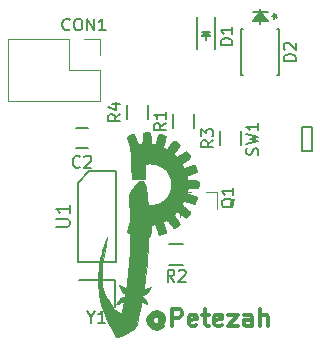
<source format=gto>
G04 #@! TF.FileFunction,Legend,Top*
%FSLAX46Y46*%
G04 Gerber Fmt 4.6, Leading zero omitted, Abs format (unit mm)*
G04 Created by KiCad (PCBNEW 4.0.7) date 08/05/18 15:32:24*
%MOMM*%
%LPD*%
G01*
G04 APERTURE LIST*
%ADD10C,0.100000*%
%ADD11C,0.300000*%
%ADD12C,0.150000*%
%ADD13C,0.120000*%
%ADD14C,0.010000*%
%ADD15C,0.152400*%
G04 APERTURE END LIST*
D10*
D11*
X161437357Y-130964786D02*
X161365929Y-130893357D01*
X161223072Y-130821929D01*
X161080214Y-130821929D01*
X160937357Y-130893357D01*
X160865929Y-130964786D01*
X160794500Y-131107643D01*
X160794500Y-131250500D01*
X160865929Y-131393357D01*
X160937357Y-131464786D01*
X161080214Y-131536214D01*
X161223072Y-131536214D01*
X161365929Y-131464786D01*
X161437357Y-131393357D01*
X161437357Y-130821929D02*
X161437357Y-131393357D01*
X161508786Y-131464786D01*
X161580214Y-131464786D01*
X161723072Y-131393357D01*
X161794500Y-131250500D01*
X161794500Y-130893357D01*
X161651643Y-130679071D01*
X161437357Y-130536214D01*
X161151643Y-130464786D01*
X160865929Y-130536214D01*
X160651643Y-130679071D01*
X160508786Y-130893357D01*
X160437357Y-131179071D01*
X160508786Y-131464786D01*
X160651643Y-131679071D01*
X160865929Y-131821929D01*
X161151643Y-131893357D01*
X161437357Y-131821929D01*
X161651643Y-131679071D01*
X162437357Y-131679071D02*
X162437357Y-130179071D01*
X163008785Y-130179071D01*
X163151643Y-130250500D01*
X163223071Y-130321929D01*
X163294500Y-130464786D01*
X163294500Y-130679071D01*
X163223071Y-130821929D01*
X163151643Y-130893357D01*
X163008785Y-130964786D01*
X162437357Y-130964786D01*
X164508785Y-131607643D02*
X164365928Y-131679071D01*
X164080214Y-131679071D01*
X163937357Y-131607643D01*
X163865928Y-131464786D01*
X163865928Y-130893357D01*
X163937357Y-130750500D01*
X164080214Y-130679071D01*
X164365928Y-130679071D01*
X164508785Y-130750500D01*
X164580214Y-130893357D01*
X164580214Y-131036214D01*
X163865928Y-131179071D01*
X165008785Y-130679071D02*
X165580214Y-130679071D01*
X165223071Y-130179071D02*
X165223071Y-131464786D01*
X165294499Y-131607643D01*
X165437357Y-131679071D01*
X165580214Y-131679071D01*
X166651642Y-131607643D02*
X166508785Y-131679071D01*
X166223071Y-131679071D01*
X166080214Y-131607643D01*
X166008785Y-131464786D01*
X166008785Y-130893357D01*
X166080214Y-130750500D01*
X166223071Y-130679071D01*
X166508785Y-130679071D01*
X166651642Y-130750500D01*
X166723071Y-130893357D01*
X166723071Y-131036214D01*
X166008785Y-131179071D01*
X167223071Y-130679071D02*
X168008785Y-130679071D01*
X167223071Y-131679071D01*
X168008785Y-131679071D01*
X169223071Y-131679071D02*
X169223071Y-130893357D01*
X169151642Y-130750500D01*
X169008785Y-130679071D01*
X168723071Y-130679071D01*
X168580214Y-130750500D01*
X169223071Y-131607643D02*
X169080214Y-131679071D01*
X168723071Y-131679071D01*
X168580214Y-131607643D01*
X168508785Y-131464786D01*
X168508785Y-131321929D01*
X168580214Y-131179071D01*
X168723071Y-131107643D01*
X169080214Y-131107643D01*
X169223071Y-131036214D01*
X169937357Y-131679071D02*
X169937357Y-130179071D01*
X170580214Y-131679071D02*
X170580214Y-130893357D01*
X170508785Y-130750500D01*
X170365928Y-130679071D01*
X170151643Y-130679071D01*
X170008785Y-130750500D01*
X169937357Y-130821929D01*
D12*
X164324000Y-113700000D02*
X164324000Y-114900000D01*
X162574000Y-114900000D02*
X162574000Y-113700000D01*
D13*
X148593500Y-107382000D02*
X148593500Y-112582000D01*
X153733500Y-107382000D02*
X148593500Y-107382000D01*
X156333500Y-112582000D02*
X148593500Y-112582000D01*
X153733500Y-107382000D02*
X153733500Y-109982000D01*
X153733500Y-109982000D02*
X156333500Y-109982000D01*
X156333500Y-109982000D02*
X156333500Y-112582000D01*
X155003500Y-107382000D02*
X156333500Y-107382000D01*
X156333500Y-107382000D02*
X156333500Y-108712000D01*
D12*
X157583000Y-127755000D02*
X154583000Y-127755000D01*
X157583000Y-130055000D02*
X157583000Y-127755000D01*
X154313000Y-116547000D02*
X155313000Y-116547000D01*
X155313000Y-114847000D02*
X154313000Y-114847000D01*
X164604000Y-105524500D02*
X164604000Y-108224500D01*
X166104000Y-105524500D02*
X166104000Y-108224500D01*
X165204000Y-107024500D02*
X165454000Y-107024500D01*
X165454000Y-107024500D02*
X165304000Y-106874500D01*
X165704000Y-106774500D02*
X165004000Y-106774500D01*
X165354000Y-107124500D02*
X165354000Y-107474500D01*
X165354000Y-106774500D02*
X165704000Y-107124500D01*
X165704000Y-107124500D02*
X165004000Y-107124500D01*
X165004000Y-107124500D02*
X165354000Y-106774500D01*
D13*
X166299000Y-120271000D02*
X165369000Y-120271000D01*
X163139000Y-120271000D02*
X164069000Y-120271000D01*
X163139000Y-120271000D02*
X163139000Y-122431000D01*
X166299000Y-120271000D02*
X166299000Y-121731000D01*
D12*
X163414000Y-126478000D02*
X162214000Y-126478000D01*
X162214000Y-124728000D02*
X163414000Y-124728000D01*
X168261000Y-115160500D02*
X168261000Y-116360500D01*
X166511000Y-116360500D02*
X166511000Y-115160500D01*
X160387000Y-112938000D02*
X160387000Y-114138000D01*
X158637000Y-114138000D02*
X158637000Y-112938000D01*
X173458000Y-116824000D02*
X174308000Y-116824000D01*
X173458000Y-114824000D02*
X174308000Y-114824000D01*
X174308000Y-116824000D02*
X174308000Y-114824000D01*
X173458000Y-116824000D02*
X173458000Y-114824000D01*
X155458000Y-118514500D02*
X154458000Y-119514500D01*
X154458000Y-119514500D02*
X154458000Y-126214500D01*
X154458000Y-126214500D02*
X157708000Y-126214500D01*
X157708000Y-126214500D02*
X157708000Y-118514500D01*
X157708000Y-118514500D02*
X155458000Y-118514500D01*
D14*
G36*
X160428817Y-115260756D02*
X160512837Y-115265724D01*
X160563316Y-115276507D01*
X160591693Y-115295154D01*
X160604618Y-115314145D01*
X160615288Y-115361640D01*
X160624158Y-115454200D01*
X160630512Y-115580455D01*
X160633634Y-115729035D01*
X160633834Y-115778211D01*
X160634267Y-115938468D01*
X160636443Y-116051796D01*
X160641680Y-116127711D01*
X160651292Y-116175728D01*
X160666597Y-116205362D01*
X160688911Y-116226127D01*
X160696558Y-116231622D01*
X160766088Y-116260355D01*
X160856278Y-116273587D01*
X160944948Y-116270731D01*
X161009914Y-116251199D01*
X161022977Y-116240278D01*
X161042545Y-116201345D01*
X161075277Y-116120012D01*
X161116878Y-116007553D01*
X161163052Y-115875244D01*
X161170834Y-115852223D01*
X161217286Y-115716192D01*
X161259416Y-115596530D01*
X161292975Y-115505055D01*
X161313712Y-115453587D01*
X161315450Y-115450056D01*
X161341184Y-115418408D01*
X161382291Y-115404769D01*
X161448341Y-115409730D01*
X161548901Y-115433884D01*
X161676350Y-115472372D01*
X161792723Y-115511816D01*
X161865021Y-115544512D01*
X161904116Y-115576614D01*
X161919935Y-115610217D01*
X161918126Y-115666136D01*
X161898471Y-115766686D01*
X161862862Y-115903619D01*
X161819167Y-116049778D01*
X161776524Y-116193250D01*
X161743387Y-116320132D01*
X161722438Y-116418968D01*
X161716362Y-116478298D01*
X161717270Y-116484841D01*
X161754666Y-116538620D01*
X161827946Y-116590225D01*
X161917267Y-116628524D01*
X161998220Y-116642445D01*
X162032840Y-116631471D01*
X162078264Y-116594753D01*
X162139734Y-116526601D01*
X162222493Y-116421322D01*
X162307234Y-116306979D01*
X162396992Y-116186853D01*
X162478328Y-116083333D01*
X162544144Y-116005064D01*
X162587344Y-115960686D01*
X162596850Y-115954302D01*
X162637921Y-115949229D01*
X162691367Y-115966026D01*
X162765885Y-116009228D01*
X162870175Y-116083367D01*
X162926889Y-116126310D01*
X163025339Y-116209553D01*
X163077518Y-116274250D01*
X163089167Y-116315041D01*
X163073240Y-116360538D01*
X163029391Y-116441385D01*
X162963514Y-116547741D01*
X162881505Y-116669764D01*
X162849278Y-116715479D01*
X162764147Y-116837226D01*
X162692314Y-116944717D01*
X162639664Y-117028771D01*
X162612084Y-117080205D01*
X162609389Y-117089688D01*
X162631061Y-117139820D01*
X162684914Y-117202944D01*
X162754206Y-117263899D01*
X162822194Y-117307528D01*
X162863513Y-117319778D01*
X162908309Y-117304057D01*
X162988407Y-117260906D01*
X163093642Y-117196348D01*
X163213853Y-117116403D01*
X163253934Y-117088477D01*
X163376239Y-117004857D01*
X163486139Y-116934472D01*
X163573664Y-116883363D01*
X163628848Y-116857569D01*
X163638175Y-116855643D01*
X163685589Y-116877437D01*
X163749769Y-116936152D01*
X163821018Y-117018847D01*
X163889644Y-117112586D01*
X163945951Y-117204429D01*
X163980245Y-117281439D01*
X163985942Y-117319778D01*
X163969870Y-117359681D01*
X163925787Y-117412300D01*
X163848226Y-117482853D01*
X163731721Y-117576557D01*
X163656405Y-117634291D01*
X163538915Y-117725064D01*
X163437074Y-117806929D01*
X163359780Y-117872492D01*
X163315930Y-117914363D01*
X163310227Y-117921877D01*
X163306602Y-117976653D01*
X163330333Y-118054939D01*
X163371822Y-118137581D01*
X163421471Y-118205422D01*
X163469219Y-118239194D01*
X163516647Y-118236232D01*
X163605496Y-118217941D01*
X163723766Y-118187214D01*
X163859454Y-118146944D01*
X163883187Y-118139422D01*
X164022616Y-118096543D01*
X164148436Y-118061020D01*
X164247951Y-118036222D01*
X164308465Y-118025516D01*
X164313197Y-118025334D01*
X164357357Y-118034478D01*
X164395245Y-118067123D01*
X164431174Y-118131088D01*
X164469456Y-118234193D01*
X164514403Y-118384257D01*
X164517795Y-118396309D01*
X164543324Y-118491005D01*
X164552586Y-118547280D01*
X164544915Y-118580961D01*
X164519641Y-118607875D01*
X164508487Y-118617028D01*
X164460734Y-118643248D01*
X164371175Y-118681706D01*
X164251818Y-118727604D01*
X164114669Y-118776142D01*
X164087302Y-118785363D01*
X163951880Y-118831694D01*
X163835419Y-118873576D01*
X163748639Y-118907004D01*
X163702259Y-118927971D01*
X163698335Y-118930700D01*
X163680137Y-118978577D01*
X163677234Y-119058724D01*
X163687884Y-119149602D01*
X163710343Y-119229671D01*
X163724808Y-119257939D01*
X163743617Y-119283237D01*
X163767616Y-119301025D01*
X163806140Y-119312625D01*
X163868522Y-119319356D01*
X163964095Y-119322541D01*
X164102192Y-119323499D01*
X164188468Y-119323556D01*
X164369239Y-119323983D01*
X164501234Y-119328662D01*
X164592119Y-119342688D01*
X164649556Y-119371157D01*
X164681210Y-119419164D01*
X164694744Y-119491803D01*
X164697822Y-119594172D01*
X164697834Y-119662223D01*
X164697191Y-119782413D01*
X164690153Y-119870174D01*
X164669058Y-119930602D01*
X164626240Y-119968791D01*
X164554037Y-119989837D01*
X164444784Y-119998835D01*
X164290819Y-120000881D01*
X164188468Y-120000889D01*
X164026057Y-120001237D01*
X163910755Y-120003163D01*
X163833231Y-120007987D01*
X163784151Y-120017029D01*
X163754181Y-120031611D01*
X163733988Y-120053054D01*
X163724808Y-120066506D01*
X163697298Y-120133733D01*
X163680762Y-120222111D01*
X163676942Y-120310097D01*
X163687581Y-120376153D01*
X163698335Y-120393745D01*
X163733446Y-120411133D01*
X163811525Y-120441940D01*
X163921852Y-120482162D01*
X164053709Y-120527792D01*
X164087302Y-120539082D01*
X164226494Y-120587578D01*
X164350198Y-120634355D01*
X164446410Y-120674614D01*
X164503122Y-120703556D01*
X164508487Y-120707417D01*
X164539189Y-120735393D01*
X164552089Y-120765372D01*
X164547854Y-120813182D01*
X164527151Y-120894647D01*
X164517795Y-120928136D01*
X164472240Y-121081662D01*
X164433643Y-121187699D01*
X164397691Y-121254068D01*
X164360072Y-121288587D01*
X164316473Y-121299075D01*
X164313197Y-121299111D01*
X164259311Y-121290701D01*
X164164604Y-121267715D01*
X164041774Y-121233522D01*
X163903515Y-121191490D01*
X163883187Y-121185023D01*
X163745745Y-121143429D01*
X163623698Y-121110891D01*
X163529049Y-121090301D01*
X163473797Y-121084552D01*
X163469219Y-121085251D01*
X163420942Y-121119590D01*
X163371329Y-121187685D01*
X163329976Y-121270381D01*
X163306482Y-121348520D01*
X163310227Y-121402568D01*
X163340709Y-121434722D01*
X163407653Y-121493075D01*
X163502163Y-121570238D01*
X163615341Y-121658817D01*
X163656405Y-121690154D01*
X163794639Y-121797522D01*
X163891171Y-121879107D01*
X163951466Y-121940125D01*
X163980991Y-121985793D01*
X163985942Y-122004667D01*
X163972973Y-122063461D01*
X163931163Y-122146203D01*
X163870205Y-122239953D01*
X163799794Y-122331775D01*
X163729625Y-122408728D01*
X163669392Y-122457876D01*
X163638175Y-122468802D01*
X163595684Y-122452562D01*
X163517604Y-122409039D01*
X163413901Y-122344273D01*
X163294544Y-122264303D01*
X163253934Y-122235968D01*
X163131071Y-122152362D01*
X163019923Y-122082211D01*
X162930652Y-122031535D01*
X162873421Y-122006356D01*
X162863513Y-122004667D01*
X162808144Y-122024289D01*
X162738427Y-122073049D01*
X162671105Y-122135787D01*
X162622919Y-122197346D01*
X162609389Y-122234757D01*
X162625084Y-122270291D01*
X162668243Y-122342180D01*
X162732981Y-122441242D01*
X162813412Y-122558297D01*
X162849278Y-122608966D01*
X162935638Y-122734212D01*
X163007981Y-122847322D01*
X163060412Y-122938453D01*
X163087035Y-122997765D01*
X163089167Y-123009404D01*
X163069465Y-123063573D01*
X163007179Y-123132001D01*
X162926889Y-123198135D01*
X162806975Y-123287110D01*
X162720605Y-123343180D01*
X162659083Y-123370879D01*
X162613710Y-123374740D01*
X162596850Y-123370143D01*
X162564939Y-123342108D01*
X162507511Y-123276648D01*
X162431661Y-123182406D01*
X162344488Y-123068024D01*
X162307234Y-123017466D01*
X162203744Y-122878507D01*
X162125724Y-122781214D01*
X162067930Y-122719893D01*
X162025120Y-122688854D01*
X161998220Y-122682000D01*
X161911933Y-122697603D01*
X161823006Y-122736991D01*
X161751284Y-122789031D01*
X161717270Y-122839604D01*
X161719762Y-122888842D01*
X161737709Y-122980074D01*
X161768429Y-123101840D01*
X161809236Y-123242684D01*
X161819167Y-123274667D01*
X161867413Y-123437095D01*
X161901392Y-123570500D01*
X161919213Y-123666634D01*
X161919935Y-123714228D01*
X161901482Y-123751082D01*
X161859649Y-123782973D01*
X161783561Y-123816053D01*
X161676350Y-123852073D01*
X161536686Y-123893949D01*
X161440117Y-123916101D01*
X161377074Y-123919122D01*
X161337990Y-123903603D01*
X161315450Y-123874389D01*
X161296997Y-123829923D01*
X161265085Y-123743682D01*
X161223967Y-123627485D01*
X161177892Y-123493152D01*
X161170834Y-123472223D01*
X161124318Y-123337716D01*
X161081664Y-123221194D01*
X161047167Y-123133932D01*
X161025125Y-123087205D01*
X161022977Y-123084167D01*
X160971593Y-123058641D01*
X160888719Y-123049998D01*
X160796535Y-123057649D01*
X160717225Y-123081007D01*
X160696558Y-123092823D01*
X160671582Y-123113300D01*
X160654292Y-123140220D01*
X160643280Y-123183360D01*
X160637139Y-123252494D01*
X160634460Y-123357400D01*
X160633837Y-123507852D01*
X160633834Y-123528430D01*
X160631819Y-123719379D01*
X160624750Y-123860729D01*
X160611088Y-123959214D01*
X160589295Y-124021572D01*
X160557833Y-124054536D01*
X160515164Y-124064842D01*
X160511316Y-124064889D01*
X160485896Y-124066260D01*
X160467429Y-124075838D01*
X160454309Y-124101823D01*
X160444931Y-124152415D01*
X160437688Y-124235812D01*
X160430975Y-124360216D01*
X160424264Y-124509389D01*
X160390319Y-125182054D01*
X160349351Y-125810486D01*
X160300309Y-126406582D01*
X160242141Y-126982236D01*
X160173797Y-127549344D01*
X160122330Y-127926661D01*
X160097815Y-128104437D01*
X160077526Y-128262904D01*
X160062401Y-128393725D01*
X160053378Y-128488564D01*
X160051398Y-128539085D01*
X160052689Y-128544930D01*
X160084149Y-128542380D01*
X160156534Y-128522828D01*
X160258162Y-128489726D01*
X160347105Y-128457880D01*
X160463663Y-128415276D01*
X160560053Y-128381229D01*
X160624371Y-128359871D01*
X160644338Y-128354667D01*
X160636860Y-128376485D01*
X160602795Y-128436088D01*
X160547463Y-128524701D01*
X160476185Y-128633549D01*
X160466277Y-128648352D01*
X160382740Y-128771375D01*
X160320759Y-128856218D01*
X160271106Y-128912013D01*
X160224557Y-128947893D01*
X160171885Y-128972989D01*
X160119924Y-128991180D01*
X160033581Y-129023707D01*
X159970340Y-129055092D01*
X159949877Y-129071440D01*
X159929394Y-129143197D01*
X159962266Y-129208112D01*
X160010624Y-129242467D01*
X160069650Y-129291294D01*
X160139431Y-129384147D01*
X160223286Y-129525524D01*
X160234528Y-129546103D01*
X160291831Y-129654131D01*
X160336155Y-129742229D01*
X160362290Y-129799747D01*
X160366768Y-129816473D01*
X160339245Y-129808796D01*
X160273317Y-129780427D01*
X160180731Y-129736579D01*
X160129380Y-129711117D01*
X160025875Y-129660307D01*
X159941218Y-129621038D01*
X159888136Y-129599110D01*
X159877799Y-129596445D01*
X159865950Y-129622891D01*
X159846163Y-129696823D01*
X159820260Y-129810134D01*
X159790061Y-129954715D01*
X159757388Y-130122458D01*
X159746274Y-130182056D01*
X159675631Y-130555604D01*
X159610956Y-130878064D01*
X159552452Y-131148576D01*
X159500321Y-131366281D01*
X159454765Y-131530320D01*
X159415986Y-131639832D01*
X159392779Y-131683874D01*
X159315829Y-131768003D01*
X159196854Y-131868448D01*
X159045660Y-131979187D01*
X158872059Y-132094199D01*
X158685859Y-132207459D01*
X158496870Y-132312946D01*
X158314900Y-132404638D01*
X158149760Y-132476511D01*
X158039322Y-132514830D01*
X157898858Y-132547785D01*
X157785045Y-132558110D01*
X157707182Y-132545556D01*
X157679930Y-132524500D01*
X157651668Y-132475919D01*
X157613869Y-132407151D01*
X157612478Y-132404556D01*
X157578876Y-132344115D01*
X157525213Y-132250131D01*
X157460128Y-132137664D01*
X157418199Y-132065889D01*
X157181203Y-131637826D01*
X156962167Y-131194682D01*
X156765304Y-130746851D01*
X156594829Y-130304725D01*
X156454959Y-129878698D01*
X156349906Y-129479165D01*
X156328270Y-129378222D01*
X156290777Y-129151288D01*
X156259974Y-128879489D01*
X156236075Y-128574031D01*
X156219296Y-128246121D01*
X156209851Y-127906965D01*
X156207953Y-127567769D01*
X156213818Y-127239740D01*
X156227660Y-126934084D01*
X156249693Y-126662008D01*
X156272797Y-126479699D01*
X156296045Y-126353065D01*
X156332720Y-126182923D01*
X156380101Y-125979850D01*
X156435464Y-125754420D01*
X156496086Y-125517212D01*
X156559244Y-125278801D01*
X156622216Y-125049762D01*
X156682278Y-124840674D01*
X156736707Y-124662111D01*
X156756454Y-124601111D01*
X156798629Y-124480081D01*
X156841895Y-124366544D01*
X156882813Y-124267913D01*
X156917945Y-124191606D01*
X156943851Y-124145036D01*
X156957092Y-124135620D01*
X156954232Y-124170773D01*
X156952765Y-124177778D01*
X156941709Y-124228705D01*
X156921083Y-124323665D01*
X156893304Y-124451532D01*
X156860788Y-124601181D01*
X156839339Y-124699889D01*
X156735397Y-125199937D01*
X156650964Y-125655976D01*
X156584947Y-126076545D01*
X156536249Y-126470183D01*
X156503774Y-126845429D01*
X156486428Y-127210824D01*
X156482686Y-127479778D01*
X156488343Y-127802223D01*
X156505976Y-128076322D01*
X156536389Y-128309056D01*
X156580382Y-128507409D01*
X156612461Y-128609516D01*
X156653206Y-128708528D01*
X156717379Y-128844764D01*
X156799086Y-129007217D01*
X156892437Y-129184879D01*
X156991538Y-129366742D01*
X157090499Y-129541797D01*
X157183428Y-129699037D01*
X157263998Y-129826800D01*
X157358315Y-129959220D01*
X157463907Y-130091549D01*
X157565362Y-130205070D01*
X157617227Y-130255816D01*
X157702702Y-130326292D01*
X157803887Y-130399439D01*
X157909817Y-130468637D01*
X158009528Y-130527267D01*
X158092054Y-130568709D01*
X158146430Y-130586346D01*
X158160246Y-130583623D01*
X158171824Y-130551333D01*
X158191431Y-130475380D01*
X158216794Y-130366667D01*
X158245642Y-130236092D01*
X158275703Y-130094558D01*
X158304706Y-129952964D01*
X158330378Y-129822210D01*
X158350448Y-129713198D01*
X158362645Y-129636827D01*
X158364696Y-129603998D01*
X158364472Y-129603676D01*
X158334072Y-129607197D01*
X158261362Y-129627014D01*
X158157010Y-129659937D01*
X158031680Y-129702774D01*
X158022756Y-129705934D01*
X157894713Y-129750626D01*
X157785449Y-129787361D01*
X157706231Y-129812451D01*
X157668326Y-129822203D01*
X157667775Y-129822223D01*
X157673708Y-129801862D01*
X157709775Y-129746331D01*
X157770135Y-129663953D01*
X157848946Y-129563051D01*
X157854502Y-129556132D01*
X157947635Y-129442029D01*
X158017696Y-129363124D01*
X158076100Y-129309932D01*
X158134263Y-129272970D01*
X158203598Y-129242750D01*
X158253583Y-129224521D01*
X158371979Y-129174818D01*
X158444132Y-129120994D01*
X158479845Y-129052196D01*
X158488945Y-128963888D01*
X158472915Y-128912584D01*
X158416969Y-128872494D01*
X158382493Y-128857636D01*
X158334443Y-128835006D01*
X158294373Y-128803316D01*
X158255012Y-128752679D01*
X158209088Y-128673211D01*
X158149329Y-128555024D01*
X158128493Y-128512345D01*
X158071247Y-128393654D01*
X158024354Y-128294626D01*
X157992643Y-128225586D01*
X157980945Y-128196861D01*
X157980945Y-128196844D01*
X158004409Y-128203856D01*
X158068146Y-128231969D01*
X158162167Y-128276593D01*
X158266128Y-128327930D01*
X158380398Y-128383882D01*
X158474914Y-128427534D01*
X158539183Y-128454215D01*
X158562495Y-128459857D01*
X158571530Y-128427109D01*
X158585918Y-128345994D01*
X158604570Y-128224223D01*
X158626396Y-128069503D01*
X158650308Y-127889544D01*
X158675217Y-127692056D01*
X158698967Y-127493889D01*
X158749604Y-127024278D01*
X158792804Y-126544142D01*
X158829209Y-126043865D01*
X158859458Y-125513828D01*
X158884193Y-124944415D01*
X158899640Y-124481343D01*
X158917778Y-123867685D01*
X158792103Y-123813815D01*
X158714654Y-123773718D01*
X158661514Y-123733447D01*
X158650151Y-123717529D01*
X158652489Y-123676724D01*
X158669863Y-123592950D01*
X158699657Y-123476852D01*
X158739256Y-123339076D01*
X158758966Y-123274794D01*
X158809020Y-123111202D01*
X158843682Y-122985811D01*
X158865722Y-122883379D01*
X158877911Y-122788663D01*
X158883021Y-122686423D01*
X158883873Y-122587737D01*
X158881738Y-122436631D01*
X158875905Y-122241806D01*
X158866992Y-122015824D01*
X158855618Y-121771244D01*
X158842400Y-121520628D01*
X158827958Y-121276535D01*
X158812909Y-121051528D01*
X158799913Y-120882371D01*
X158773481Y-120564409D01*
X158875828Y-120388482D01*
X159057696Y-120092804D01*
X159231248Y-119844770D01*
X159395269Y-119645661D01*
X159548546Y-119496761D01*
X159689867Y-119399350D01*
X159818017Y-119354710D01*
X159857037Y-119351778D01*
X159954386Y-119366002D01*
X160032193Y-119414046D01*
X160099754Y-119503969D01*
X160150338Y-119606130D01*
X160180463Y-119682605D01*
X160206650Y-119768525D01*
X160230035Y-119871020D01*
X160251757Y-119997220D01*
X160272956Y-120154255D01*
X160294769Y-120349254D01*
X160318335Y-120589348D01*
X160333153Y-120750935D01*
X160393945Y-121426111D01*
X160577389Y-121434765D01*
X160877373Y-121421433D01*
X161167228Y-121354831D01*
X161441296Y-121237959D01*
X161693919Y-121073815D01*
X161919440Y-120865396D01*
X162106540Y-120624389D01*
X162214625Y-120441528D01*
X162290595Y-120265530D01*
X162338800Y-120080482D01*
X162363590Y-119870466D01*
X162369500Y-119662223D01*
X162361077Y-119418781D01*
X162332906Y-119213728D01*
X162280638Y-119031149D01*
X162199924Y-118855128D01*
X162106540Y-118700056D01*
X161908137Y-118445924D01*
X161677421Y-118236876D01*
X161418144Y-118074576D01*
X161134062Y-117960690D01*
X160828929Y-117896885D01*
X160506498Y-117884825D01*
X160309398Y-117902693D01*
X160174640Y-117921164D01*
X160194959Y-118524868D01*
X160201339Y-118740551D01*
X160204051Y-118905622D01*
X160202972Y-119025798D01*
X160197981Y-119106801D01*
X160188954Y-119154350D01*
X160181211Y-119169620D01*
X160141420Y-119184464D01*
X160056407Y-119196376D01*
X159937149Y-119205300D01*
X159794623Y-119211180D01*
X159639806Y-119213958D01*
X159483674Y-119213578D01*
X159337206Y-119209984D01*
X159211377Y-119203120D01*
X159117166Y-119192928D01*
X159065548Y-119179353D01*
X159060558Y-119175389D01*
X159052391Y-119138346D01*
X159043875Y-119051498D01*
X159035377Y-118921480D01*
X159027266Y-118754927D01*
X159019910Y-118558475D01*
X159013674Y-118338758D01*
X159013265Y-118321667D01*
X159001166Y-117891041D01*
X158986509Y-117515169D01*
X158969315Y-117194398D01*
X158949605Y-116929076D01*
X158927401Y-116719548D01*
X158909938Y-116603752D01*
X158890369Y-116515034D01*
X158857499Y-116388069D01*
X158815534Y-116238269D01*
X158768681Y-116081048D01*
X158757105Y-116043695D01*
X158714405Y-115900852D01*
X158680417Y-115775053D01*
X158657771Y-115677041D01*
X158649099Y-115617561D01*
X158650151Y-115606916D01*
X158690563Y-115565539D01*
X158776513Y-115518928D01*
X158897947Y-115471626D01*
X159044810Y-115428175D01*
X159046901Y-115427641D01*
X159136969Y-115407368D01*
X159190692Y-115404896D01*
X159225379Y-115420509D01*
X159236675Y-115430747D01*
X159260070Y-115471169D01*
X159296630Y-115554551D01*
X159342036Y-115670184D01*
X159391968Y-115807361D01*
X159412497Y-115866616D01*
X159547278Y-116261445D01*
X159712450Y-116260598D01*
X159798338Y-116257981D01*
X159861284Y-116246072D01*
X159904848Y-116217272D01*
X159932589Y-116163982D01*
X159948068Y-116078600D01*
X159954844Y-115953528D01*
X159956477Y-115781165D01*
X159956500Y-115739584D01*
X159958621Y-115549924D01*
X159965119Y-115413881D01*
X159976196Y-115328782D01*
X159990367Y-115293423D01*
X160038713Y-115275431D01*
X160138380Y-115263977D01*
X160284566Y-115259587D01*
X160299818Y-115259556D01*
X160428817Y-115260756D01*
X160428817Y-115260756D01*
G37*
X160428817Y-115260756D02*
X160512837Y-115265724D01*
X160563316Y-115276507D01*
X160591693Y-115295154D01*
X160604618Y-115314145D01*
X160615288Y-115361640D01*
X160624158Y-115454200D01*
X160630512Y-115580455D01*
X160633634Y-115729035D01*
X160633834Y-115778211D01*
X160634267Y-115938468D01*
X160636443Y-116051796D01*
X160641680Y-116127711D01*
X160651292Y-116175728D01*
X160666597Y-116205362D01*
X160688911Y-116226127D01*
X160696558Y-116231622D01*
X160766088Y-116260355D01*
X160856278Y-116273587D01*
X160944948Y-116270731D01*
X161009914Y-116251199D01*
X161022977Y-116240278D01*
X161042545Y-116201345D01*
X161075277Y-116120012D01*
X161116878Y-116007553D01*
X161163052Y-115875244D01*
X161170834Y-115852223D01*
X161217286Y-115716192D01*
X161259416Y-115596530D01*
X161292975Y-115505055D01*
X161313712Y-115453587D01*
X161315450Y-115450056D01*
X161341184Y-115418408D01*
X161382291Y-115404769D01*
X161448341Y-115409730D01*
X161548901Y-115433884D01*
X161676350Y-115472372D01*
X161792723Y-115511816D01*
X161865021Y-115544512D01*
X161904116Y-115576614D01*
X161919935Y-115610217D01*
X161918126Y-115666136D01*
X161898471Y-115766686D01*
X161862862Y-115903619D01*
X161819167Y-116049778D01*
X161776524Y-116193250D01*
X161743387Y-116320132D01*
X161722438Y-116418968D01*
X161716362Y-116478298D01*
X161717270Y-116484841D01*
X161754666Y-116538620D01*
X161827946Y-116590225D01*
X161917267Y-116628524D01*
X161998220Y-116642445D01*
X162032840Y-116631471D01*
X162078264Y-116594753D01*
X162139734Y-116526601D01*
X162222493Y-116421322D01*
X162307234Y-116306979D01*
X162396992Y-116186853D01*
X162478328Y-116083333D01*
X162544144Y-116005064D01*
X162587344Y-115960686D01*
X162596850Y-115954302D01*
X162637921Y-115949229D01*
X162691367Y-115966026D01*
X162765885Y-116009228D01*
X162870175Y-116083367D01*
X162926889Y-116126310D01*
X163025339Y-116209553D01*
X163077518Y-116274250D01*
X163089167Y-116315041D01*
X163073240Y-116360538D01*
X163029391Y-116441385D01*
X162963514Y-116547741D01*
X162881505Y-116669764D01*
X162849278Y-116715479D01*
X162764147Y-116837226D01*
X162692314Y-116944717D01*
X162639664Y-117028771D01*
X162612084Y-117080205D01*
X162609389Y-117089688D01*
X162631061Y-117139820D01*
X162684914Y-117202944D01*
X162754206Y-117263899D01*
X162822194Y-117307528D01*
X162863513Y-117319778D01*
X162908309Y-117304057D01*
X162988407Y-117260906D01*
X163093642Y-117196348D01*
X163213853Y-117116403D01*
X163253934Y-117088477D01*
X163376239Y-117004857D01*
X163486139Y-116934472D01*
X163573664Y-116883363D01*
X163628848Y-116857569D01*
X163638175Y-116855643D01*
X163685589Y-116877437D01*
X163749769Y-116936152D01*
X163821018Y-117018847D01*
X163889644Y-117112586D01*
X163945951Y-117204429D01*
X163980245Y-117281439D01*
X163985942Y-117319778D01*
X163969870Y-117359681D01*
X163925787Y-117412300D01*
X163848226Y-117482853D01*
X163731721Y-117576557D01*
X163656405Y-117634291D01*
X163538915Y-117725064D01*
X163437074Y-117806929D01*
X163359780Y-117872492D01*
X163315930Y-117914363D01*
X163310227Y-117921877D01*
X163306602Y-117976653D01*
X163330333Y-118054939D01*
X163371822Y-118137581D01*
X163421471Y-118205422D01*
X163469219Y-118239194D01*
X163516647Y-118236232D01*
X163605496Y-118217941D01*
X163723766Y-118187214D01*
X163859454Y-118146944D01*
X163883187Y-118139422D01*
X164022616Y-118096543D01*
X164148436Y-118061020D01*
X164247951Y-118036222D01*
X164308465Y-118025516D01*
X164313197Y-118025334D01*
X164357357Y-118034478D01*
X164395245Y-118067123D01*
X164431174Y-118131088D01*
X164469456Y-118234193D01*
X164514403Y-118384257D01*
X164517795Y-118396309D01*
X164543324Y-118491005D01*
X164552586Y-118547280D01*
X164544915Y-118580961D01*
X164519641Y-118607875D01*
X164508487Y-118617028D01*
X164460734Y-118643248D01*
X164371175Y-118681706D01*
X164251818Y-118727604D01*
X164114669Y-118776142D01*
X164087302Y-118785363D01*
X163951880Y-118831694D01*
X163835419Y-118873576D01*
X163748639Y-118907004D01*
X163702259Y-118927971D01*
X163698335Y-118930700D01*
X163680137Y-118978577D01*
X163677234Y-119058724D01*
X163687884Y-119149602D01*
X163710343Y-119229671D01*
X163724808Y-119257939D01*
X163743617Y-119283237D01*
X163767616Y-119301025D01*
X163806140Y-119312625D01*
X163868522Y-119319356D01*
X163964095Y-119322541D01*
X164102192Y-119323499D01*
X164188468Y-119323556D01*
X164369239Y-119323983D01*
X164501234Y-119328662D01*
X164592119Y-119342688D01*
X164649556Y-119371157D01*
X164681210Y-119419164D01*
X164694744Y-119491803D01*
X164697822Y-119594172D01*
X164697834Y-119662223D01*
X164697191Y-119782413D01*
X164690153Y-119870174D01*
X164669058Y-119930602D01*
X164626240Y-119968791D01*
X164554037Y-119989837D01*
X164444784Y-119998835D01*
X164290819Y-120000881D01*
X164188468Y-120000889D01*
X164026057Y-120001237D01*
X163910755Y-120003163D01*
X163833231Y-120007987D01*
X163784151Y-120017029D01*
X163754181Y-120031611D01*
X163733988Y-120053054D01*
X163724808Y-120066506D01*
X163697298Y-120133733D01*
X163680762Y-120222111D01*
X163676942Y-120310097D01*
X163687581Y-120376153D01*
X163698335Y-120393745D01*
X163733446Y-120411133D01*
X163811525Y-120441940D01*
X163921852Y-120482162D01*
X164053709Y-120527792D01*
X164087302Y-120539082D01*
X164226494Y-120587578D01*
X164350198Y-120634355D01*
X164446410Y-120674614D01*
X164503122Y-120703556D01*
X164508487Y-120707417D01*
X164539189Y-120735393D01*
X164552089Y-120765372D01*
X164547854Y-120813182D01*
X164527151Y-120894647D01*
X164517795Y-120928136D01*
X164472240Y-121081662D01*
X164433643Y-121187699D01*
X164397691Y-121254068D01*
X164360072Y-121288587D01*
X164316473Y-121299075D01*
X164313197Y-121299111D01*
X164259311Y-121290701D01*
X164164604Y-121267715D01*
X164041774Y-121233522D01*
X163903515Y-121191490D01*
X163883187Y-121185023D01*
X163745745Y-121143429D01*
X163623698Y-121110891D01*
X163529049Y-121090301D01*
X163473797Y-121084552D01*
X163469219Y-121085251D01*
X163420942Y-121119590D01*
X163371329Y-121187685D01*
X163329976Y-121270381D01*
X163306482Y-121348520D01*
X163310227Y-121402568D01*
X163340709Y-121434722D01*
X163407653Y-121493075D01*
X163502163Y-121570238D01*
X163615341Y-121658817D01*
X163656405Y-121690154D01*
X163794639Y-121797522D01*
X163891171Y-121879107D01*
X163951466Y-121940125D01*
X163980991Y-121985793D01*
X163985942Y-122004667D01*
X163972973Y-122063461D01*
X163931163Y-122146203D01*
X163870205Y-122239953D01*
X163799794Y-122331775D01*
X163729625Y-122408728D01*
X163669392Y-122457876D01*
X163638175Y-122468802D01*
X163595684Y-122452562D01*
X163517604Y-122409039D01*
X163413901Y-122344273D01*
X163294544Y-122264303D01*
X163253934Y-122235968D01*
X163131071Y-122152362D01*
X163019923Y-122082211D01*
X162930652Y-122031535D01*
X162873421Y-122006356D01*
X162863513Y-122004667D01*
X162808144Y-122024289D01*
X162738427Y-122073049D01*
X162671105Y-122135787D01*
X162622919Y-122197346D01*
X162609389Y-122234757D01*
X162625084Y-122270291D01*
X162668243Y-122342180D01*
X162732981Y-122441242D01*
X162813412Y-122558297D01*
X162849278Y-122608966D01*
X162935638Y-122734212D01*
X163007981Y-122847322D01*
X163060412Y-122938453D01*
X163087035Y-122997765D01*
X163089167Y-123009404D01*
X163069465Y-123063573D01*
X163007179Y-123132001D01*
X162926889Y-123198135D01*
X162806975Y-123287110D01*
X162720605Y-123343180D01*
X162659083Y-123370879D01*
X162613710Y-123374740D01*
X162596850Y-123370143D01*
X162564939Y-123342108D01*
X162507511Y-123276648D01*
X162431661Y-123182406D01*
X162344488Y-123068024D01*
X162307234Y-123017466D01*
X162203744Y-122878507D01*
X162125724Y-122781214D01*
X162067930Y-122719893D01*
X162025120Y-122688854D01*
X161998220Y-122682000D01*
X161911933Y-122697603D01*
X161823006Y-122736991D01*
X161751284Y-122789031D01*
X161717270Y-122839604D01*
X161719762Y-122888842D01*
X161737709Y-122980074D01*
X161768429Y-123101840D01*
X161809236Y-123242684D01*
X161819167Y-123274667D01*
X161867413Y-123437095D01*
X161901392Y-123570500D01*
X161919213Y-123666634D01*
X161919935Y-123714228D01*
X161901482Y-123751082D01*
X161859649Y-123782973D01*
X161783561Y-123816053D01*
X161676350Y-123852073D01*
X161536686Y-123893949D01*
X161440117Y-123916101D01*
X161377074Y-123919122D01*
X161337990Y-123903603D01*
X161315450Y-123874389D01*
X161296997Y-123829923D01*
X161265085Y-123743682D01*
X161223967Y-123627485D01*
X161177892Y-123493152D01*
X161170834Y-123472223D01*
X161124318Y-123337716D01*
X161081664Y-123221194D01*
X161047167Y-123133932D01*
X161025125Y-123087205D01*
X161022977Y-123084167D01*
X160971593Y-123058641D01*
X160888719Y-123049998D01*
X160796535Y-123057649D01*
X160717225Y-123081007D01*
X160696558Y-123092823D01*
X160671582Y-123113300D01*
X160654292Y-123140220D01*
X160643280Y-123183360D01*
X160637139Y-123252494D01*
X160634460Y-123357400D01*
X160633837Y-123507852D01*
X160633834Y-123528430D01*
X160631819Y-123719379D01*
X160624750Y-123860729D01*
X160611088Y-123959214D01*
X160589295Y-124021572D01*
X160557833Y-124054536D01*
X160515164Y-124064842D01*
X160511316Y-124064889D01*
X160485896Y-124066260D01*
X160467429Y-124075838D01*
X160454309Y-124101823D01*
X160444931Y-124152415D01*
X160437688Y-124235812D01*
X160430975Y-124360216D01*
X160424264Y-124509389D01*
X160390319Y-125182054D01*
X160349351Y-125810486D01*
X160300309Y-126406582D01*
X160242141Y-126982236D01*
X160173797Y-127549344D01*
X160122330Y-127926661D01*
X160097815Y-128104437D01*
X160077526Y-128262904D01*
X160062401Y-128393725D01*
X160053378Y-128488564D01*
X160051398Y-128539085D01*
X160052689Y-128544930D01*
X160084149Y-128542380D01*
X160156534Y-128522828D01*
X160258162Y-128489726D01*
X160347105Y-128457880D01*
X160463663Y-128415276D01*
X160560053Y-128381229D01*
X160624371Y-128359871D01*
X160644338Y-128354667D01*
X160636860Y-128376485D01*
X160602795Y-128436088D01*
X160547463Y-128524701D01*
X160476185Y-128633549D01*
X160466277Y-128648352D01*
X160382740Y-128771375D01*
X160320759Y-128856218D01*
X160271106Y-128912013D01*
X160224557Y-128947893D01*
X160171885Y-128972989D01*
X160119924Y-128991180D01*
X160033581Y-129023707D01*
X159970340Y-129055092D01*
X159949877Y-129071440D01*
X159929394Y-129143197D01*
X159962266Y-129208112D01*
X160010624Y-129242467D01*
X160069650Y-129291294D01*
X160139431Y-129384147D01*
X160223286Y-129525524D01*
X160234528Y-129546103D01*
X160291831Y-129654131D01*
X160336155Y-129742229D01*
X160362290Y-129799747D01*
X160366768Y-129816473D01*
X160339245Y-129808796D01*
X160273317Y-129780427D01*
X160180731Y-129736579D01*
X160129380Y-129711117D01*
X160025875Y-129660307D01*
X159941218Y-129621038D01*
X159888136Y-129599110D01*
X159877799Y-129596445D01*
X159865950Y-129622891D01*
X159846163Y-129696823D01*
X159820260Y-129810134D01*
X159790061Y-129954715D01*
X159757388Y-130122458D01*
X159746274Y-130182056D01*
X159675631Y-130555604D01*
X159610956Y-130878064D01*
X159552452Y-131148576D01*
X159500321Y-131366281D01*
X159454765Y-131530320D01*
X159415986Y-131639832D01*
X159392779Y-131683874D01*
X159315829Y-131768003D01*
X159196854Y-131868448D01*
X159045660Y-131979187D01*
X158872059Y-132094199D01*
X158685859Y-132207459D01*
X158496870Y-132312946D01*
X158314900Y-132404638D01*
X158149760Y-132476511D01*
X158039322Y-132514830D01*
X157898858Y-132547785D01*
X157785045Y-132558110D01*
X157707182Y-132545556D01*
X157679930Y-132524500D01*
X157651668Y-132475919D01*
X157613869Y-132407151D01*
X157612478Y-132404556D01*
X157578876Y-132344115D01*
X157525213Y-132250131D01*
X157460128Y-132137664D01*
X157418199Y-132065889D01*
X157181203Y-131637826D01*
X156962167Y-131194682D01*
X156765304Y-130746851D01*
X156594829Y-130304725D01*
X156454959Y-129878698D01*
X156349906Y-129479165D01*
X156328270Y-129378222D01*
X156290777Y-129151288D01*
X156259974Y-128879489D01*
X156236075Y-128574031D01*
X156219296Y-128246121D01*
X156209851Y-127906965D01*
X156207953Y-127567769D01*
X156213818Y-127239740D01*
X156227660Y-126934084D01*
X156249693Y-126662008D01*
X156272797Y-126479699D01*
X156296045Y-126353065D01*
X156332720Y-126182923D01*
X156380101Y-125979850D01*
X156435464Y-125754420D01*
X156496086Y-125517212D01*
X156559244Y-125278801D01*
X156622216Y-125049762D01*
X156682278Y-124840674D01*
X156736707Y-124662111D01*
X156756454Y-124601111D01*
X156798629Y-124480081D01*
X156841895Y-124366544D01*
X156882813Y-124267913D01*
X156917945Y-124191606D01*
X156943851Y-124145036D01*
X156957092Y-124135620D01*
X156954232Y-124170773D01*
X156952765Y-124177778D01*
X156941709Y-124228705D01*
X156921083Y-124323665D01*
X156893304Y-124451532D01*
X156860788Y-124601181D01*
X156839339Y-124699889D01*
X156735397Y-125199937D01*
X156650964Y-125655976D01*
X156584947Y-126076545D01*
X156536249Y-126470183D01*
X156503774Y-126845429D01*
X156486428Y-127210824D01*
X156482686Y-127479778D01*
X156488343Y-127802223D01*
X156505976Y-128076322D01*
X156536389Y-128309056D01*
X156580382Y-128507409D01*
X156612461Y-128609516D01*
X156653206Y-128708528D01*
X156717379Y-128844764D01*
X156799086Y-129007217D01*
X156892437Y-129184879D01*
X156991538Y-129366742D01*
X157090499Y-129541797D01*
X157183428Y-129699037D01*
X157263998Y-129826800D01*
X157358315Y-129959220D01*
X157463907Y-130091549D01*
X157565362Y-130205070D01*
X157617227Y-130255816D01*
X157702702Y-130326292D01*
X157803887Y-130399439D01*
X157909817Y-130468637D01*
X158009528Y-130527267D01*
X158092054Y-130568709D01*
X158146430Y-130586346D01*
X158160246Y-130583623D01*
X158171824Y-130551333D01*
X158191431Y-130475380D01*
X158216794Y-130366667D01*
X158245642Y-130236092D01*
X158275703Y-130094558D01*
X158304706Y-129952964D01*
X158330378Y-129822210D01*
X158350448Y-129713198D01*
X158362645Y-129636827D01*
X158364696Y-129603998D01*
X158364472Y-129603676D01*
X158334072Y-129607197D01*
X158261362Y-129627014D01*
X158157010Y-129659937D01*
X158031680Y-129702774D01*
X158022756Y-129705934D01*
X157894713Y-129750626D01*
X157785449Y-129787361D01*
X157706231Y-129812451D01*
X157668326Y-129822203D01*
X157667775Y-129822223D01*
X157673708Y-129801862D01*
X157709775Y-129746331D01*
X157770135Y-129663953D01*
X157848946Y-129563051D01*
X157854502Y-129556132D01*
X157947635Y-129442029D01*
X158017696Y-129363124D01*
X158076100Y-129309932D01*
X158134263Y-129272970D01*
X158203598Y-129242750D01*
X158253583Y-129224521D01*
X158371979Y-129174818D01*
X158444132Y-129120994D01*
X158479845Y-129052196D01*
X158488945Y-128963888D01*
X158472915Y-128912584D01*
X158416969Y-128872494D01*
X158382493Y-128857636D01*
X158334443Y-128835006D01*
X158294373Y-128803316D01*
X158255012Y-128752679D01*
X158209088Y-128673211D01*
X158149329Y-128555024D01*
X158128493Y-128512345D01*
X158071247Y-128393654D01*
X158024354Y-128294626D01*
X157992643Y-128225586D01*
X157980945Y-128196861D01*
X157980945Y-128196844D01*
X158004409Y-128203856D01*
X158068146Y-128231969D01*
X158162167Y-128276593D01*
X158266128Y-128327930D01*
X158380398Y-128383882D01*
X158474914Y-128427534D01*
X158539183Y-128454215D01*
X158562495Y-128459857D01*
X158571530Y-128427109D01*
X158585918Y-128345994D01*
X158604570Y-128224223D01*
X158626396Y-128069503D01*
X158650308Y-127889544D01*
X158675217Y-127692056D01*
X158698967Y-127493889D01*
X158749604Y-127024278D01*
X158792804Y-126544142D01*
X158829209Y-126043865D01*
X158859458Y-125513828D01*
X158884193Y-124944415D01*
X158899640Y-124481343D01*
X158917778Y-123867685D01*
X158792103Y-123813815D01*
X158714654Y-123773718D01*
X158661514Y-123733447D01*
X158650151Y-123717529D01*
X158652489Y-123676724D01*
X158669863Y-123592950D01*
X158699657Y-123476852D01*
X158739256Y-123339076D01*
X158758966Y-123274794D01*
X158809020Y-123111202D01*
X158843682Y-122985811D01*
X158865722Y-122883379D01*
X158877911Y-122788663D01*
X158883021Y-122686423D01*
X158883873Y-122587737D01*
X158881738Y-122436631D01*
X158875905Y-122241806D01*
X158866992Y-122015824D01*
X158855618Y-121771244D01*
X158842400Y-121520628D01*
X158827958Y-121276535D01*
X158812909Y-121051528D01*
X158799913Y-120882371D01*
X158773481Y-120564409D01*
X158875828Y-120388482D01*
X159057696Y-120092804D01*
X159231248Y-119844770D01*
X159395269Y-119645661D01*
X159548546Y-119496761D01*
X159689867Y-119399350D01*
X159818017Y-119354710D01*
X159857037Y-119351778D01*
X159954386Y-119366002D01*
X160032193Y-119414046D01*
X160099754Y-119503969D01*
X160150338Y-119606130D01*
X160180463Y-119682605D01*
X160206650Y-119768525D01*
X160230035Y-119871020D01*
X160251757Y-119997220D01*
X160272956Y-120154255D01*
X160294769Y-120349254D01*
X160318335Y-120589348D01*
X160333153Y-120750935D01*
X160393945Y-121426111D01*
X160577389Y-121434765D01*
X160877373Y-121421433D01*
X161167228Y-121354831D01*
X161441296Y-121237959D01*
X161693919Y-121073815D01*
X161919440Y-120865396D01*
X162106540Y-120624389D01*
X162214625Y-120441528D01*
X162290595Y-120265530D01*
X162338800Y-120080482D01*
X162363590Y-119870466D01*
X162369500Y-119662223D01*
X162361077Y-119418781D01*
X162332906Y-119213728D01*
X162280638Y-119031149D01*
X162199924Y-118855128D01*
X162106540Y-118700056D01*
X161908137Y-118445924D01*
X161677421Y-118236876D01*
X161418144Y-118074576D01*
X161134062Y-117960690D01*
X160828929Y-117896885D01*
X160506498Y-117884825D01*
X160309398Y-117902693D01*
X160174640Y-117921164D01*
X160194959Y-118524868D01*
X160201339Y-118740551D01*
X160204051Y-118905622D01*
X160202972Y-119025798D01*
X160197981Y-119106801D01*
X160188954Y-119154350D01*
X160181211Y-119169620D01*
X160141420Y-119184464D01*
X160056407Y-119196376D01*
X159937149Y-119205300D01*
X159794623Y-119211180D01*
X159639806Y-119213958D01*
X159483674Y-119213578D01*
X159337206Y-119209984D01*
X159211377Y-119203120D01*
X159117166Y-119192928D01*
X159065548Y-119179353D01*
X159060558Y-119175389D01*
X159052391Y-119138346D01*
X159043875Y-119051498D01*
X159035377Y-118921480D01*
X159027266Y-118754927D01*
X159019910Y-118558475D01*
X159013674Y-118338758D01*
X159013265Y-118321667D01*
X159001166Y-117891041D01*
X158986509Y-117515169D01*
X158969315Y-117194398D01*
X158949605Y-116929076D01*
X158927401Y-116719548D01*
X158909938Y-116603752D01*
X158890369Y-116515034D01*
X158857499Y-116388069D01*
X158815534Y-116238269D01*
X158768681Y-116081048D01*
X158757105Y-116043695D01*
X158714405Y-115900852D01*
X158680417Y-115775053D01*
X158657771Y-115677041D01*
X158649099Y-115617561D01*
X158650151Y-115606916D01*
X158690563Y-115565539D01*
X158776513Y-115518928D01*
X158897947Y-115471626D01*
X159044810Y-115428175D01*
X159046901Y-115427641D01*
X159136969Y-115407368D01*
X159190692Y-115404896D01*
X159225379Y-115420509D01*
X159236675Y-115430747D01*
X159260070Y-115471169D01*
X159296630Y-115554551D01*
X159342036Y-115670184D01*
X159391968Y-115807361D01*
X159412497Y-115866616D01*
X159547278Y-116261445D01*
X159712450Y-116260598D01*
X159798338Y-116257981D01*
X159861284Y-116246072D01*
X159904848Y-116217272D01*
X159932589Y-116163982D01*
X159948068Y-116078600D01*
X159954844Y-115953528D01*
X159956477Y-115781165D01*
X159956500Y-115739584D01*
X159958621Y-115549924D01*
X159965119Y-115413881D01*
X159976196Y-115328782D01*
X159990367Y-115293423D01*
X160038713Y-115275431D01*
X160138380Y-115263977D01*
X160284566Y-115259587D01*
X160299818Y-115259556D01*
X160428817Y-115260756D01*
D15*
X169926000Y-106095800D02*
X169926000Y-104825800D01*
X170561000Y-105079800D02*
X169291000Y-105079800D01*
X169926000Y-105079800D02*
X170561000Y-105841800D01*
X169926000Y-105079800D02*
X170434000Y-105841800D01*
X169926000Y-105079800D02*
X170307000Y-105841800D01*
X169926000Y-105079800D02*
X170180000Y-105841800D01*
X169926000Y-105079800D02*
X170053000Y-105841800D01*
X169926000Y-105079800D02*
X169291000Y-105841800D01*
X169926000Y-105079800D02*
X169418000Y-105841800D01*
X169926000Y-105079800D02*
X169545000Y-105841800D01*
X169926000Y-105079800D02*
X169672000Y-105841800D01*
X169926000Y-105079800D02*
X169799000Y-105841800D01*
X170561000Y-105841800D02*
X169291000Y-105841800D01*
X168325800Y-106476800D02*
X168325800Y-110439200D01*
X168325800Y-110439200D02*
X168488360Y-110439200D01*
X171526200Y-110439200D02*
X171526200Y-106476800D01*
X171526200Y-106476800D02*
X171363640Y-106476800D01*
X168488360Y-106476800D02*
X168325800Y-106476800D01*
X171363640Y-110439200D02*
X171526200Y-110439200D01*
D12*
X161932881Y-114466666D02*
X161456690Y-114800000D01*
X161932881Y-115038095D02*
X160932881Y-115038095D01*
X160932881Y-114657142D01*
X160980500Y-114561904D01*
X161028119Y-114514285D01*
X161123357Y-114466666D01*
X161266214Y-114466666D01*
X161361452Y-114514285D01*
X161409071Y-114561904D01*
X161456690Y-114657142D01*
X161456690Y-115038095D01*
X161932881Y-113514285D02*
X161932881Y-114085714D01*
X161932881Y-113800000D02*
X160932881Y-113800000D01*
X161075738Y-113895238D01*
X161170976Y-113990476D01*
X161218595Y-114085714D01*
X153789215Y-106529143D02*
X153741596Y-106576762D01*
X153598739Y-106624381D01*
X153503501Y-106624381D01*
X153360643Y-106576762D01*
X153265405Y-106481524D01*
X153217786Y-106386286D01*
X153170167Y-106195810D01*
X153170167Y-106052952D01*
X153217786Y-105862476D01*
X153265405Y-105767238D01*
X153360643Y-105672000D01*
X153503501Y-105624381D01*
X153598739Y-105624381D01*
X153741596Y-105672000D01*
X153789215Y-105719619D01*
X154408262Y-105624381D02*
X154598739Y-105624381D01*
X154693977Y-105672000D01*
X154789215Y-105767238D01*
X154836834Y-105957714D01*
X154836834Y-106291048D01*
X154789215Y-106481524D01*
X154693977Y-106576762D01*
X154598739Y-106624381D01*
X154408262Y-106624381D01*
X154313024Y-106576762D01*
X154217786Y-106481524D01*
X154170167Y-106291048D01*
X154170167Y-105957714D01*
X154217786Y-105767238D01*
X154313024Y-105672000D01*
X154408262Y-105624381D01*
X155265405Y-106624381D02*
X155265405Y-105624381D01*
X155836834Y-106624381D01*
X155836834Y-105624381D01*
X156836834Y-106624381D02*
X156265405Y-106624381D01*
X156551119Y-106624381D02*
X156551119Y-105624381D01*
X156455881Y-105767238D01*
X156360643Y-105862476D01*
X156265405Y-105910095D01*
X155606809Y-130881190D02*
X155606809Y-131357381D01*
X155273476Y-130357381D02*
X155606809Y-130881190D01*
X155940143Y-130357381D01*
X156797286Y-131357381D02*
X156225857Y-131357381D01*
X156511571Y-131357381D02*
X156511571Y-130357381D01*
X156416333Y-130500238D01*
X156321095Y-130595476D01*
X156225857Y-130643095D01*
X154646334Y-118154143D02*
X154598715Y-118201762D01*
X154455858Y-118249381D01*
X154360620Y-118249381D01*
X154217762Y-118201762D01*
X154122524Y-118106524D01*
X154074905Y-118011286D01*
X154027286Y-117820810D01*
X154027286Y-117677952D01*
X154074905Y-117487476D01*
X154122524Y-117392238D01*
X154217762Y-117297000D01*
X154360620Y-117249381D01*
X154455858Y-117249381D01*
X154598715Y-117297000D01*
X154646334Y-117344619D01*
X155027286Y-117344619D02*
X155074905Y-117297000D01*
X155170143Y-117249381D01*
X155408239Y-117249381D01*
X155503477Y-117297000D01*
X155551096Y-117344619D01*
X155598715Y-117439857D01*
X155598715Y-117535095D01*
X155551096Y-117677952D01*
X154979667Y-118249381D01*
X155598715Y-118249381D01*
X167556381Y-107862595D02*
X166556381Y-107862595D01*
X166556381Y-107624500D01*
X166604000Y-107481642D01*
X166699238Y-107386404D01*
X166794476Y-107338785D01*
X166984952Y-107291166D01*
X167127810Y-107291166D01*
X167318286Y-107338785D01*
X167413524Y-107386404D01*
X167508762Y-107481642D01*
X167556381Y-107624500D01*
X167556381Y-107862595D01*
X167556381Y-106338785D02*
X167556381Y-106910214D01*
X167556381Y-106624500D02*
X166556381Y-106624500D01*
X166699238Y-106719738D01*
X166794476Y-106814976D01*
X166842095Y-106910214D01*
X167743119Y-120872238D02*
X167695500Y-120967476D01*
X167600262Y-121062714D01*
X167457405Y-121205571D01*
X167409786Y-121300810D01*
X167409786Y-121396048D01*
X167647881Y-121348429D02*
X167600262Y-121443667D01*
X167505024Y-121538905D01*
X167314548Y-121586524D01*
X166981214Y-121586524D01*
X166790738Y-121538905D01*
X166695500Y-121443667D01*
X166647881Y-121348429D01*
X166647881Y-121157952D01*
X166695500Y-121062714D01*
X166790738Y-120967476D01*
X166981214Y-120919857D01*
X167314548Y-120919857D01*
X167505024Y-120967476D01*
X167600262Y-121062714D01*
X167647881Y-121157952D01*
X167647881Y-121348429D01*
X167647881Y-119967476D02*
X167647881Y-120538905D01*
X167647881Y-120253191D02*
X166647881Y-120253191D01*
X166790738Y-120348429D01*
X166885976Y-120443667D01*
X166933595Y-120538905D01*
X162647334Y-127896881D02*
X162314000Y-127420690D01*
X162075905Y-127896881D02*
X162075905Y-126896881D01*
X162456858Y-126896881D01*
X162552096Y-126944500D01*
X162599715Y-126992119D01*
X162647334Y-127087357D01*
X162647334Y-127230214D01*
X162599715Y-127325452D01*
X162552096Y-127373071D01*
X162456858Y-127420690D01*
X162075905Y-127420690D01*
X163028286Y-126992119D02*
X163075905Y-126944500D01*
X163171143Y-126896881D01*
X163409239Y-126896881D01*
X163504477Y-126944500D01*
X163552096Y-126992119D01*
X163599715Y-127087357D01*
X163599715Y-127182595D01*
X163552096Y-127325452D01*
X162980667Y-127896881D01*
X163599715Y-127896881D01*
X165933381Y-115927166D02*
X165457190Y-116260500D01*
X165933381Y-116498595D02*
X164933381Y-116498595D01*
X164933381Y-116117642D01*
X164981000Y-116022404D01*
X165028619Y-115974785D01*
X165123857Y-115927166D01*
X165266714Y-115927166D01*
X165361952Y-115974785D01*
X165409571Y-116022404D01*
X165457190Y-116117642D01*
X165457190Y-116498595D01*
X164933381Y-115593833D02*
X164933381Y-114974785D01*
X165314333Y-115308119D01*
X165314333Y-115165261D01*
X165361952Y-115070023D01*
X165409571Y-115022404D01*
X165504810Y-114974785D01*
X165742905Y-114974785D01*
X165838143Y-115022404D01*
X165885762Y-115070023D01*
X165933381Y-115165261D01*
X165933381Y-115450976D01*
X165885762Y-115546214D01*
X165838143Y-115593833D01*
X158059381Y-113704666D02*
X157583190Y-114038000D01*
X158059381Y-114276095D02*
X157059381Y-114276095D01*
X157059381Y-113895142D01*
X157107000Y-113799904D01*
X157154619Y-113752285D01*
X157249857Y-113704666D01*
X157392714Y-113704666D01*
X157487952Y-113752285D01*
X157535571Y-113799904D01*
X157583190Y-113895142D01*
X157583190Y-114276095D01*
X157392714Y-112847523D02*
X158059381Y-112847523D01*
X157011762Y-113085619D02*
X157726048Y-113323714D01*
X157726048Y-112704666D01*
X169695762Y-117157333D02*
X169743381Y-117014476D01*
X169743381Y-116776380D01*
X169695762Y-116681142D01*
X169648143Y-116633523D01*
X169552905Y-116585904D01*
X169457667Y-116585904D01*
X169362429Y-116633523D01*
X169314810Y-116681142D01*
X169267190Y-116776380D01*
X169219571Y-116966857D01*
X169171952Y-117062095D01*
X169124333Y-117109714D01*
X169029095Y-117157333D01*
X168933857Y-117157333D01*
X168838619Y-117109714D01*
X168791000Y-117062095D01*
X168743381Y-116966857D01*
X168743381Y-116728761D01*
X168791000Y-116585904D01*
X168743381Y-116252571D02*
X169743381Y-116014476D01*
X169029095Y-115823999D01*
X169743381Y-115633523D01*
X168743381Y-115395428D01*
X169743381Y-114490666D02*
X169743381Y-115062095D01*
X169743381Y-114776381D02*
X168743381Y-114776381D01*
X168886238Y-114871619D01*
X168981476Y-114966857D01*
X169029095Y-115062095D01*
X152600857Y-123278786D02*
X153572286Y-123278786D01*
X153686571Y-123221643D01*
X153743714Y-123164500D01*
X153800857Y-123050214D01*
X153800857Y-122821643D01*
X153743714Y-122707357D01*
X153686571Y-122650214D01*
X153572286Y-122593071D01*
X152600857Y-122593071D01*
X153800857Y-121393071D02*
X153800857Y-122078786D01*
X153800857Y-121735928D02*
X152600857Y-121735928D01*
X152772286Y-121850214D01*
X152886571Y-121964500D01*
X152943714Y-122078786D01*
X172918381Y-109196095D02*
X171918381Y-109196095D01*
X171918381Y-108958000D01*
X171966000Y-108815142D01*
X172061238Y-108719904D01*
X172156476Y-108672285D01*
X172346952Y-108624666D01*
X172489810Y-108624666D01*
X172680286Y-108672285D01*
X172775524Y-108719904D01*
X172870762Y-108815142D01*
X172918381Y-108958000D01*
X172918381Y-109196095D01*
X172013619Y-108243714D02*
X171966000Y-108196095D01*
X171918381Y-108100857D01*
X171918381Y-107862761D01*
X171966000Y-107767523D01*
X172013619Y-107719904D01*
X172108857Y-107672285D01*
X172204095Y-107672285D01*
X172346952Y-107719904D01*
X172918381Y-108291333D01*
X172918381Y-107672285D01*
X170902381Y-105410000D02*
X171140476Y-105410000D01*
X171045238Y-105648095D02*
X171140476Y-105410000D01*
X171045238Y-105171904D01*
X171330952Y-105552857D02*
X171140476Y-105410000D01*
X171330952Y-105267142D01*
M02*

</source>
